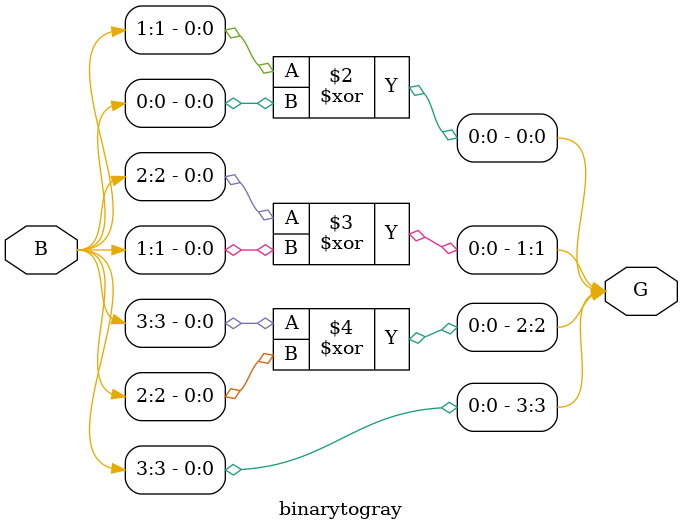
<source format=v>
module binarytogray (B,G);
    input [3:0]B;
    output reg [3:0]G;

    always @(B) 
    begin
    G[0]=B[1] ^ B[0];
    G[1]=B[2] ^ B[1];
    G[2]=B[3] ^ B[2];
    G[3]=B[3];
    end
endmodule
</source>
